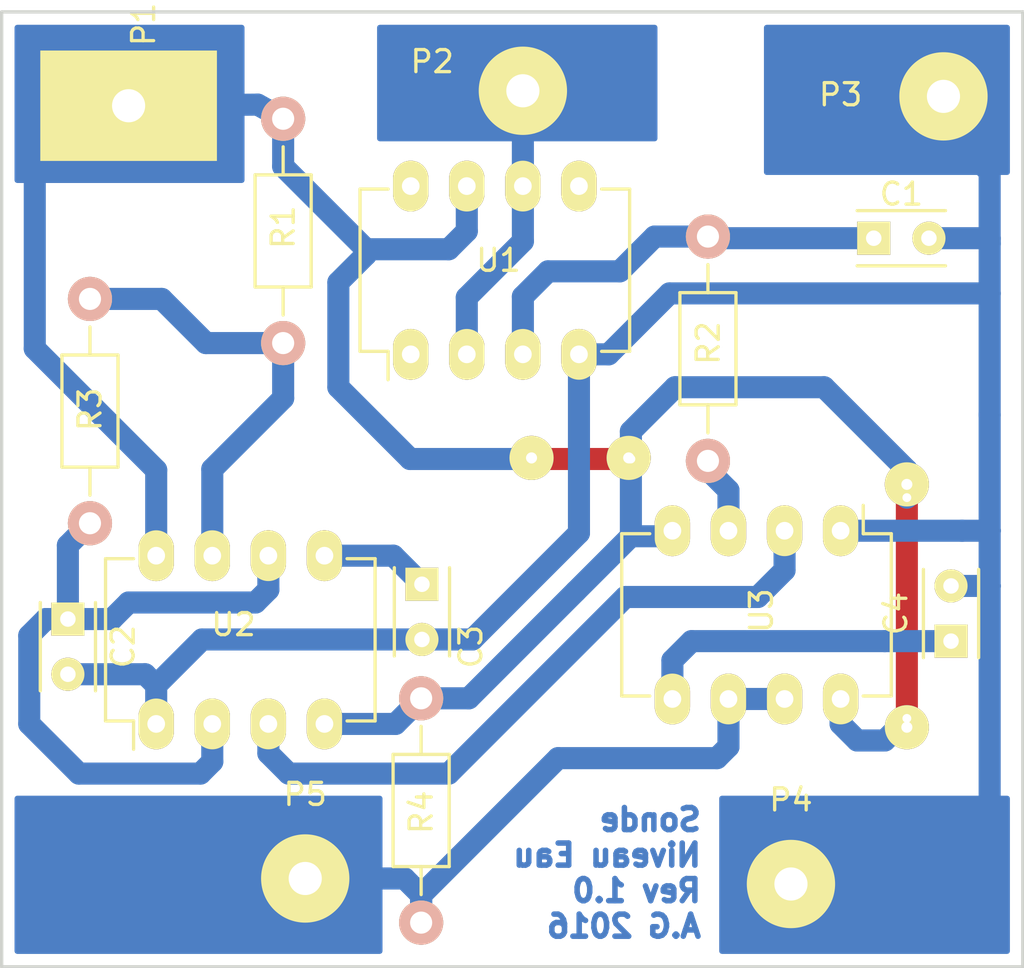
<source format=kicad_pcb>
(kicad_pcb (version 4) (host pcbnew 4.0.2-stable)

  (general
    (links 31)
    (no_connects 0)
    (area 18.174999 17.556047 64.725 61.975001)
    (thickness 1.6)
    (drawings 5)
    (tracks 128)
    (zones 0)
    (modules 20)
    (nets 14)
  )

  (page A4)
  (title_block
    (title "Sonde niveau d'eau - Sonde")
    (rev 1.0)
    (company "Chatons Corp")
  )

  (layers
    (0 F.Cu jumper)
    (31 B.Cu signal)
    (37 F.SilkS user)
    (44 Edge.Cuts user)
  )

  (setup
    (last_trace_width 1)
    (trace_clearance 0.2)
    (zone_clearance 0.508)
    (zone_45_only yes)
    (trace_min 0.2)
    (segment_width 0.2)
    (edge_width 0.15)
    (via_size 0.6)
    (via_drill 0.4)
    (via_min_size 0.4)
    (via_min_drill 0.3)
    (uvia_size 0.3)
    (uvia_drill 0.1)
    (uvias_allowed no)
    (uvia_min_size 0.2)
    (uvia_min_drill 0.1)
    (pcb_text_width 0.3)
    (pcb_text_size 1.5 1.5)
    (mod_edge_width 0.15)
    (mod_text_size 1 1)
    (mod_text_width 0.15)
    (pad_size 1.5 1.5)
    (pad_drill 0.7)
    (pad_to_mask_clearance 0.2)
    (aux_axis_origin 0 0)
    (grid_origin 140.25 76.25)
    (visible_elements FFFFFF7F)
    (pcbplotparams
      (layerselection 0x00030_80000001)
      (usegerberextensions false)
      (excludeedgelayer true)
      (linewidth 0.100000)
      (plotframeref false)
      (viasonmask false)
      (mode 1)
      (useauxorigin false)
      (hpglpennumber 1)
      (hpglpenspeed 20)
      (hpglpendiameter 15)
      (hpglpenoverlay 2)
      (psnegative false)
      (psa4output false)
      (plotreference true)
      (plotvalue true)
      (plotinvisibletext false)
      (padsonsilk false)
      (subtractmaskfromsilk false)
      (outputformat 1)
      (mirror false)
      (drillshape 1)
      (scaleselection 1)
      (outputdirectory ""))
  )

  (net 0 "")
  (net 1 "Net-(C1-Pad1)")
  (net 2 GND)
  (net 3 "Net-(C2-Pad1)")
  (net 4 "Net-(C3-Pad1)")
  (net 5 "Net-(C4-Pad1)")
  (net 6 +12V)
  (net 7 "Net-(P2-Pad1)")
  (net 8 "Net-(R1-Pad1)")
  (net 9 "Net-(R2-Pad1)")
  (net 10 "Net-(U1-Pad1)")
  (net 11 "Net-(U1-Pad5)")
  (net 12 "Net-(U2-Pad3)")
  (net 13 "Net-(P5-Pad1)")

  (net_class Default "This is the default net class."
    (clearance 0.2)
    (trace_width 1)
    (via_dia 0.6)
    (via_drill 0.4)
    (uvia_dia 0.3)
    (uvia_drill 0.1)
    (add_net +12V)
    (add_net GND)
    (add_net "Net-(C1-Pad1)")
    (add_net "Net-(C2-Pad1)")
    (add_net "Net-(C3-Pad1)")
    (add_net "Net-(C4-Pad1)")
    (add_net "Net-(P2-Pad1)")
    (add_net "Net-(P5-Pad1)")
    (add_net "Net-(R1-Pad1)")
    (add_net "Net-(R2-Pad1)")
    (add_net "Net-(U1-Pad1)")
    (add_net "Net-(U1-Pad5)")
    (add_net "Net-(U2-Pad3)")
  )

  (module Wire_Pads:Big_Square_Pad_3mm_1mmDrill (layer F.Cu) (tedit 578A2769) (tstamp 578EB877)
    (at 59.25 51.05)
    (fp_text reference via14 (at 0 2.54) (layer F.SilkS) hide
      (effects (font (size 1 1) (thickness 0.15)))
    )
    (fp_text value via (at 0 -2.54) (layer F.Fab) hide
      (effects (font (size 1 1) (thickness 0.15)))
    )
    (pad 1 thru_hole circle (at 0 0) (size 2 2) (drill 0.5) (layers *.Cu *.Mask F.SilkS))
  )

  (module Wire_Pads:Big_Square_Pad_3mm_1mmDrill (layer F.Cu) (tedit 578A2769) (tstamp 578EB863)
    (at 59.25 40.05)
    (fp_text reference via13 (at 0 2.54) (layer F.SilkS) hide
      (effects (font (size 1 1) (thickness 0.15)))
    )
    (fp_text value via (at 0 -2.54) (layer F.Fab) hide
      (effects (font (size 1 1) (thickness 0.15)))
    )
    (pad 1 thru_hole circle (at 0 0) (size 2 2) (drill 0.5) (layers *.Cu *.Mask F.SilkS))
  )

  (module Wire_Pads:Big_Square_Pad_3mm_1mmDrill (layer F.Cu) (tedit 578A2769) (tstamp 578EB84F)
    (at 46.65 38.85)
    (fp_text reference via12 (at 0 2.54) (layer F.SilkS) hide
      (effects (font (size 1 1) (thickness 0.15)))
    )
    (fp_text value via (at 0 -2.54) (layer F.Fab) hide
      (effects (font (size 1 1) (thickness 0.15)))
    )
    (pad 1 thru_hole circle (at 0 0) (size 2 2) (drill 0.5) (layers *.Cu *.Mask F.SilkS))
  )

  (module Capacitors_ThroughHole:C_Rect_L4_W2.5_P2.5 (layer F.Cu) (tedit 578A2B0B) (tstamp 5778D951)
    (at 57.75 28.9)
    (descr "Film Capacitor Length 4mm x Width 2.5mm, Pitch 2.5mm")
    (tags Capacitor)
    (path /5778D737)
    (fp_text reference C1 (at 1.25 -2) (layer F.SilkS)
      (effects (font (size 1 1) (thickness 0.15)))
    )
    (fp_text value 0.1uF (at 1.25 2.5) (layer F.Fab)
      (effects (font (size 1 1) (thickness 0.15)))
    )
    (fp_line (start -1 -1.5) (end 3.5 -1.5) (layer F.CrtYd) (width 0.05))
    (fp_line (start 3.5 -1.5) (end 3.5 1.5) (layer F.CrtYd) (width 0.05))
    (fp_line (start 3.5 1.5) (end -1 1.5) (layer F.CrtYd) (width 0.05))
    (fp_line (start -1 1.5) (end -1 -1.5) (layer F.CrtYd) (width 0.05))
    (fp_line (start -0.75 -1.25) (end 3.25 -1.25) (layer F.SilkS) (width 0.15))
    (fp_line (start -0.75 1.25) (end 3.25 1.25) (layer F.SilkS) (width 0.15))
    (pad 1 thru_hole rect (at 0 0) (size 1.5 1.5) (drill 0.7) (layers *.Cu *.Mask F.SilkS)
      (net 1 "Net-(C1-Pad1)"))
    (pad 2 thru_hole circle (at 2.5 0) (size 1.5 1.5) (drill 0.7) (layers *.Cu *.Mask F.SilkS)
      (net 2 GND))
  )

  (module Capacitors_ThroughHole:C_Rect_L4_W2.5_P2.5 (layer F.Cu) (tedit 578A2AD1) (tstamp 5778D957)
    (at 21.25 46.15 270)
    (descr "Film Capacitor Length 4mm x Width 2.5mm, Pitch 2.5mm")
    (tags Capacitor)
    (path /5778E1F6)
    (fp_text reference C2 (at 1.25 -2.5 270) (layer F.SilkS)
      (effects (font (size 1 1) (thickness 0.15)))
    )
    (fp_text value 10nF (at -0.25 -2.25 270) (layer F.Fab)
      (effects (font (size 1 1) (thickness 0.15)))
    )
    (fp_line (start -1 -1.5) (end 3.5 -1.5) (layer F.CrtYd) (width 0.05))
    (fp_line (start 3.5 -1.5) (end 3.5 1.5) (layer F.CrtYd) (width 0.05))
    (fp_line (start 3.5 1.5) (end -1 1.5) (layer F.CrtYd) (width 0.05))
    (fp_line (start -1 1.5) (end -1 -1.5) (layer F.CrtYd) (width 0.05))
    (fp_line (start -0.75 -1.25) (end 3.25 -1.25) (layer F.SilkS) (width 0.15))
    (fp_line (start -0.75 1.25) (end 3.25 1.25) (layer F.SilkS) (width 0.15))
    (pad 1 thru_hole rect (at 0 0 270) (size 1.5 1.5) (drill 0.7) (layers *.Cu *.Mask F.SilkS)
      (net 3 "Net-(C2-Pad1)"))
    (pad 2 thru_hole circle (at 2.5 0 270) (size 1.5 1.5) (drill 0.7) (layers *.Cu *.Mask F.SilkS)
      (net 2 GND))
  )

  (module Capacitors_ThroughHole:C_Rect_L4_W2.5_P2.5 (layer F.Cu) (tedit 578A2ADF) (tstamp 5778D95D)
    (at 37.286 44.574 270)
    (descr "Film Capacitor Length 4mm x Width 2.5mm, Pitch 2.5mm")
    (tags Capacitor)
    (path /5778DF04)
    (fp_text reference C3 (at 2.826 -2.214 270) (layer F.SilkS)
      (effects (font (size 1 1) (thickness 0.15)))
    )
    (fp_text value 10nF (at -0.174 -2.214 270) (layer F.Fab)
      (effects (font (size 1 1) (thickness 0.15)))
    )
    (fp_line (start -1 -1.5) (end 3.5 -1.5) (layer F.CrtYd) (width 0.05))
    (fp_line (start 3.5 -1.5) (end 3.5 1.5) (layer F.CrtYd) (width 0.05))
    (fp_line (start 3.5 1.5) (end -1 1.5) (layer F.CrtYd) (width 0.05))
    (fp_line (start -1 1.5) (end -1 -1.5) (layer F.CrtYd) (width 0.05))
    (fp_line (start -0.75 -1.25) (end 3.25 -1.25) (layer F.SilkS) (width 0.15))
    (fp_line (start -0.75 1.25) (end 3.25 1.25) (layer F.SilkS) (width 0.15))
    (pad 1 thru_hole rect (at 0 0 270) (size 1.5 1.5) (drill 0.7) (layers *.Cu *.Mask F.SilkS)
      (net 4 "Net-(C3-Pad1)"))
    (pad 2 thru_hole circle (at 2.5 0 270) (size 1.5 1.5) (drill 0.7) (layers *.Cu *.Mask F.SilkS)
      (net 2 GND))
  )

  (module Capacitors_ThroughHole:C_Rect_L4_W2.5_P2.5 (layer F.Cu) (tedit 578A2AEF) (tstamp 5778D963)
    (at 61.25 47.15 90)
    (descr "Film Capacitor Length 4mm x Width 2.5mm, Pitch 2.5mm")
    (tags Capacitor)
    (path /5778D930)
    (fp_text reference C4 (at 1.25 -2.5 90) (layer F.SilkS)
      (effects (font (size 1 1) (thickness 0.15)))
    )
    (fp_text value 10nF (at 1.25 2.5 90) (layer F.Fab)
      (effects (font (size 1 1) (thickness 0.15)))
    )
    (fp_line (start -1 -1.5) (end 3.5 -1.5) (layer F.CrtYd) (width 0.05))
    (fp_line (start 3.5 -1.5) (end 3.5 1.5) (layer F.CrtYd) (width 0.05))
    (fp_line (start 3.5 1.5) (end -1 1.5) (layer F.CrtYd) (width 0.05))
    (fp_line (start -1 1.5) (end -1 -1.5) (layer F.CrtYd) (width 0.05))
    (fp_line (start -0.75 -1.25) (end 3.25 -1.25) (layer F.SilkS) (width 0.15))
    (fp_line (start -0.75 1.25) (end 3.25 1.25) (layer F.SilkS) (width 0.15))
    (pad 1 thru_hole rect (at 0 0 90) (size 1.5 1.5) (drill 0.7) (layers *.Cu *.Mask F.SilkS)
      (net 5 "Net-(C4-Pad1)"))
    (pad 2 thru_hole circle (at 2.5 0 90) (size 1.5 1.5) (drill 0.7) (layers *.Cu *.Mask F.SilkS)
      (net 2 GND))
  )

  (module Housings_DIP:DIP-8_W7.62mm_LongPads (layer F.Cu) (tedit 577EC822) (tstamp 5778D995)
    (at 36.778 34.16 90)
    (descr "8-lead dip package, row spacing 7.62 mm (300 mils), longer pads")
    (tags "dil dip 2.54 300")
    (path /5778D3C8)
    (fp_text reference U1 (at 4.26 3.972 180) (layer F.SilkS)
      (effects (font (size 1 1) (thickness 0.15)))
    )
    (fp_text value LM741 (at 2.51 3.972 180) (layer F.Fab)
      (effects (font (size 1 1) (thickness 0.15)))
    )
    (fp_line (start -1.4 -2.45) (end -1.4 10.1) (layer F.CrtYd) (width 0.05))
    (fp_line (start 9 -2.45) (end 9 10.1) (layer F.CrtYd) (width 0.05))
    (fp_line (start -1.4 -2.45) (end 9 -2.45) (layer F.CrtYd) (width 0.05))
    (fp_line (start -1.4 10.1) (end 9 10.1) (layer F.CrtYd) (width 0.05))
    (fp_line (start 0.135 -2.295) (end 0.135 -1.025) (layer F.SilkS) (width 0.15))
    (fp_line (start 7.485 -2.295) (end 7.485 -1.025) (layer F.SilkS) (width 0.15))
    (fp_line (start 7.485 9.915) (end 7.485 8.645) (layer F.SilkS) (width 0.15))
    (fp_line (start 0.135 9.915) (end 0.135 8.645) (layer F.SilkS) (width 0.15))
    (fp_line (start 0.135 -2.295) (end 7.485 -2.295) (layer F.SilkS) (width 0.15))
    (fp_line (start 0.135 9.915) (end 7.485 9.915) (layer F.SilkS) (width 0.15))
    (fp_line (start 0.135 -1.025) (end -1.15 -1.025) (layer F.SilkS) (width 0.15))
    (pad 1 thru_hole oval (at 0 0 90) (size 2.3 1.6) (drill 0.8) (layers *.Cu *.Mask F.SilkS)
      (net 10 "Net-(U1-Pad1)"))
    (pad 2 thru_hole oval (at 0 2.54 90) (size 2.3 1.6) (drill 0.8) (layers *.Cu *.Mask F.SilkS)
      (net 7 "Net-(P2-Pad1)"))
    (pad 3 thru_hole oval (at 0 5.08 90) (size 2.3 1.6) (drill 0.8) (layers *.Cu *.Mask F.SilkS)
      (net 1 "Net-(C1-Pad1)"))
    (pad 4 thru_hole oval (at 0 7.62 90) (size 2.3 1.6) (drill 0.8) (layers *.Cu *.Mask F.SilkS)
      (net 2 GND))
    (pad 5 thru_hole oval (at 7.62 7.62 90) (size 2.3 1.6) (drill 0.8) (layers *.Cu *.Mask F.SilkS)
      (net 11 "Net-(U1-Pad5)"))
    (pad 6 thru_hole oval (at 7.62 5.08 90) (size 2.3 1.6) (drill 0.8) (layers *.Cu *.Mask F.SilkS)
      (net 7 "Net-(P2-Pad1)"))
    (pad 7 thru_hole oval (at 7.62 2.54 90) (size 2.3 1.6) (drill 0.8) (layers *.Cu *.Mask F.SilkS)
      (net 6 +12V))
    (pad 8 thru_hole oval (at 7.62 0 90) (size 2.3 1.6) (drill 0.8) (layers *.Cu *.Mask F.SilkS))
    (model Housings_DIP.3dshapes/DIP-8_W7.62mm_LongPads.wrl
      (at (xyz 0 0 0))
      (scale (xyz 1 1 1))
      (rotate (xyz 0 0 0))
    )
  )

  (module Housings_DIP:DIP-8_W7.62mm_LongPads (layer F.Cu) (tedit 577EC7D0) (tstamp 5778D9A1)
    (at 25.25 50.9 90)
    (descr "8-lead dip package, row spacing 7.62 mm (300 mils), longer pads")
    (tags "dil dip 2.54 300")
    (path /5778D33E)
    (fp_text reference U2 (at 4.5 3.5 180) (layer F.SilkS)
      (effects (font (size 1 1) (thickness 0.15)))
    )
    (fp_text value LM555N (at 3 3.5 180) (layer F.Fab)
      (effects (font (size 1 1) (thickness 0.15)))
    )
    (fp_line (start -1.4 -2.45) (end -1.4 10.1) (layer F.CrtYd) (width 0.05))
    (fp_line (start 9 -2.45) (end 9 10.1) (layer F.CrtYd) (width 0.05))
    (fp_line (start -1.4 -2.45) (end 9 -2.45) (layer F.CrtYd) (width 0.05))
    (fp_line (start -1.4 10.1) (end 9 10.1) (layer F.CrtYd) (width 0.05))
    (fp_line (start 0.135 -2.295) (end 0.135 -1.025) (layer F.SilkS) (width 0.15))
    (fp_line (start 7.485 -2.295) (end 7.485 -1.025) (layer F.SilkS) (width 0.15))
    (fp_line (start 7.485 9.915) (end 7.485 8.645) (layer F.SilkS) (width 0.15))
    (fp_line (start 0.135 9.915) (end 0.135 8.645) (layer F.SilkS) (width 0.15))
    (fp_line (start 0.135 -2.295) (end 7.485 -2.295) (layer F.SilkS) (width 0.15))
    (fp_line (start 0.135 9.915) (end 7.485 9.915) (layer F.SilkS) (width 0.15))
    (fp_line (start 0.135 -1.025) (end -1.15 -1.025) (layer F.SilkS) (width 0.15))
    (pad 1 thru_hole oval (at 0 0 90) (size 2.3 1.6) (drill 0.8) (layers *.Cu *.Mask F.SilkS)
      (net 2 GND))
    (pad 2 thru_hole oval (at 0 2.54 90) (size 2.3 1.6) (drill 0.8) (layers *.Cu *.Mask F.SilkS)
      (net 3 "Net-(C2-Pad1)"))
    (pad 3 thru_hole oval (at 0 5.08 90) (size 2.3 1.6) (drill 0.8) (layers *.Cu *.Mask F.SilkS)
      (net 12 "Net-(U2-Pad3)"))
    (pad 4 thru_hole oval (at 0 7.62 90) (size 2.3 1.6) (drill 0.8) (layers *.Cu *.Mask F.SilkS)
      (net 6 +12V))
    (pad 5 thru_hole oval (at 7.62 7.62 90) (size 2.3 1.6) (drill 0.8) (layers *.Cu *.Mask F.SilkS)
      (net 4 "Net-(C3-Pad1)"))
    (pad 6 thru_hole oval (at 7.62 5.08 90) (size 2.3 1.6) (drill 0.8) (layers *.Cu *.Mask F.SilkS)
      (net 3 "Net-(C2-Pad1)"))
    (pad 7 thru_hole oval (at 7.62 2.54 90) (size 2.3 1.6) (drill 0.8) (layers *.Cu *.Mask F.SilkS)
      (net 8 "Net-(R1-Pad1)"))
    (pad 8 thru_hole oval (at 7.62 0 90) (size 2.3 1.6) (drill 0.8) (layers *.Cu *.Mask F.SilkS)
      (net 6 +12V))
    (model Housings_DIP.3dshapes/DIP-8_W7.62mm_LongPads.wrl
      (at (xyz 0 0 0))
      (scale (xyz 1 1 1))
      (rotate (xyz 0 0 0))
    )
  )

  (module Housings_DIP:DIP-8_W7.62mm_LongPads (layer F.Cu) (tedit 577EC6C3) (tstamp 5778D9AD)
    (at 56.25 42.15 270)
    (descr "8-lead dip package, row spacing 7.62 mm (300 mils), longer pads")
    (tags "dil dip 2.54 300")
    (path /5778D368)
    (fp_text reference U3 (at 3.616 3.59 270) (layer F.SilkS)
      (effects (font (size 1 1) (thickness 0.15)))
    )
    (fp_text value LM555N (at 0 -3.72 270) (layer F.Fab)
      (effects (font (size 1 1) (thickness 0.15)))
    )
    (fp_line (start -1.4 -2.45) (end -1.4 10.1) (layer F.CrtYd) (width 0.05))
    (fp_line (start 9 -2.45) (end 9 10.1) (layer F.CrtYd) (width 0.05))
    (fp_line (start -1.4 -2.45) (end 9 -2.45) (layer F.CrtYd) (width 0.05))
    (fp_line (start -1.4 10.1) (end 9 10.1) (layer F.CrtYd) (width 0.05))
    (fp_line (start 0.135 -2.295) (end 0.135 -1.025) (layer F.SilkS) (width 0.15))
    (fp_line (start 7.485 -2.295) (end 7.485 -1.025) (layer F.SilkS) (width 0.15))
    (fp_line (start 7.485 9.915) (end 7.485 8.645) (layer F.SilkS) (width 0.15))
    (fp_line (start 0.135 9.915) (end 0.135 8.645) (layer F.SilkS) (width 0.15))
    (fp_line (start 0.135 -2.295) (end 7.485 -2.295) (layer F.SilkS) (width 0.15))
    (fp_line (start 0.135 9.915) (end 7.485 9.915) (layer F.SilkS) (width 0.15))
    (fp_line (start 0.135 -1.025) (end -1.15 -1.025) (layer F.SilkS) (width 0.15))
    (pad 1 thru_hole oval (at 0 0 270) (size 2.3 1.6) (drill 0.8) (layers *.Cu *.Mask F.SilkS)
      (net 2 GND))
    (pad 2 thru_hole oval (at 0 2.54 270) (size 2.3 1.6) (drill 0.8) (layers *.Cu *.Mask F.SilkS)
      (net 12 "Net-(U2-Pad3)"))
    (pad 3 thru_hole oval (at 0 5.08 270) (size 2.3 1.6) (drill 0.8) (layers *.Cu *.Mask F.SilkS)
      (net 9 "Net-(R2-Pad1)"))
    (pad 4 thru_hole oval (at 0 7.62 270) (size 2.3 1.6) (drill 0.8) (layers *.Cu *.Mask F.SilkS)
      (net 6 +12V))
    (pad 5 thru_hole oval (at 7.62 7.62 270) (size 2.3 1.6) (drill 0.8) (layers *.Cu *.Mask F.SilkS)
      (net 5 "Net-(C4-Pad1)"))
    (pad 6 thru_hole oval (at 7.62 5.08 270) (size 2.3 1.6) (drill 0.8) (layers *.Cu *.Mask F.SilkS)
      (net 13 "Net-(P5-Pad1)"))
    (pad 7 thru_hole oval (at 7.62 2.54 270) (size 2.3 1.6) (drill 0.8) (layers *.Cu *.Mask F.SilkS)
      (net 13 "Net-(P5-Pad1)"))
    (pad 8 thru_hole oval (at 7.62 0 270) (size 2.3 1.6) (drill 0.8) (layers *.Cu *.Mask F.SilkS)
      (net 6 +12V))
    (model Housings_DIP.3dshapes/DIP-8_W7.62mm_LongPads.wrl
      (at (xyz 0 0 0))
      (scale (xyz 1 1 1))
      (rotate (xyz 0 0 0))
    )
  )

  (module Wire_Pads:SolderWirePad_single_1-5mmDrill (layer F.Cu) (tedit 57817450) (tstamp 577C917A)
    (at 24 22.9 180)
    (path /577C9486)
    (fp_text reference P1 (at -0.678 3.688 270) (layer F.SilkS)
      (effects (font (size 1 1) (thickness 0.15)))
    )
    (fp_text value 12V (at -2.428 3.688 270) (layer F.Fab)
      (effects (font (size 1 1) (thickness 0.15)))
    )
    (pad 1 thru_hole rect (at 0 0 180) (size 8 5) (drill 1.50114) (layers *.Cu *.Mask F.SilkS)
      (net 6 +12V))
  )

  (module Wire_Pads:SolderWirePad_single_1-5mmDrill (layer F.Cu) (tedit 5780BD79) (tstamp 577C917E)
    (at 41.858 22.222 270)
    (path /577C9567)
    (fp_text reference P2 (at -1.322 4.108 360) (layer F.SilkS)
      (effects (font (size 1 1) (thickness 0.15)))
    )
    (fp_text value VOUT (at 0.178 4.108 360) (layer F.Fab)
      (effects (font (size 1 1) (thickness 0.15)))
    )
    (pad 1 thru_hole circle (at 0 0 270) (size 4.0005 4.0005) (drill 1.50114) (layers *.Cu *.Mask F.SilkS)
      (net 7 "Net-(P2-Pad1)"))
  )

  (module Wire_Pads:SolderWirePad_single_1-5mmDrill (layer F.Cu) (tedit 5780BD6F) (tstamp 577C9186)
    (at 60.908 22.476)
    (path /577C94F7)
    (fp_text reference P3 (at -4.658 -0.076) (layer F.SilkS)
      (effects (font (size 1 1) (thickness 0.15)))
    )
    (fp_text value GND (at -4.658 1.424) (layer F.Fab)
      (effects (font (size 1 1) (thickness 0.15)))
    )
    (pad 1 thru_hole circle (at 0 0) (size 4.0005 4.0005) (drill 1.50114) (layers *.Cu *.Mask F.SilkS)
      (net 2 GND))
  )

  (module Wire_Pads:SolderWirePad_single_1-5mmDrill (layer F.Cu) (tedit 577D7995) (tstamp 577C918B)
    (at 54 58.15)
    (path /577C91A3)
    (fp_text reference P4 (at 0 -3.81) (layer F.SilkS)
      (effects (font (size 1 1) (thickness 0.15)))
    )
    (fp_text value PGND (at 5.25 0) (layer F.Fab)
      (effects (font (size 1 1) (thickness 0.15)))
    )
    (pad 1 thru_hole circle (at 0 0) (size 4.0005 4.0005) (drill 1.50114) (layers *.Cu *.Mask F.SilkS)
      (net 2 GND))
  )

  (module Wire_Pads:SolderWirePad_single_1-5mmDrill (layer F.Cu) (tedit 577D7991) (tstamp 577C9190)
    (at 32 57.9)
    (path /577C914C)
    (fp_text reference P5 (at 0 -3.81) (layer F.SilkS)
      (effects (font (size 1 1) (thickness 0.15)))
    )
    (fp_text value PHOT (at -5.25 0) (layer F.Fab)
      (effects (font (size 1 1) (thickness 0.15)))
    )
    (pad 1 thru_hole circle (at 0 0) (size 4.0005 4.0005) (drill 1.50114) (layers *.Cu *.Mask F.SilkS)
      (net 13 "Net-(P5-Pad1)"))
  )

  (module Resistors_ThroughHole:Resistor_Horizontal_RM10mm (layer F.Cu) (tedit 577EC7F5) (tstamp 577C9481)
    (at 37.25 59.9 90)
    (descr "Resistor, Axial,  RM 10mm, 1/3W")
    (tags "Resistor Axial RM 10mm 1/3W")
    (path /577C9529)
    (fp_text reference R4 (at 5 0 90) (layer F.SilkS)
      (effects (font (size 1 1) (thickness 0.15)))
    )
    (fp_text value xxxK (at 5 2.25 90) (layer F.Fab)
      (effects (font (size 1 1) (thickness 0.15)))
    )
    (fp_line (start -1.25 -1.5) (end 11.4 -1.5) (layer F.CrtYd) (width 0.05))
    (fp_line (start -1.25 1.5) (end -1.25 -1.5) (layer F.CrtYd) (width 0.05))
    (fp_line (start 11.4 -1.5) (end 11.4 1.5) (layer F.CrtYd) (width 0.05))
    (fp_line (start -1.25 1.5) (end 11.4 1.5) (layer F.CrtYd) (width 0.05))
    (fp_line (start 2.54 -1.27) (end 7.62 -1.27) (layer F.SilkS) (width 0.15))
    (fp_line (start 7.62 -1.27) (end 7.62 1.27) (layer F.SilkS) (width 0.15))
    (fp_line (start 7.62 1.27) (end 2.54 1.27) (layer F.SilkS) (width 0.15))
    (fp_line (start 2.54 1.27) (end 2.54 -1.27) (layer F.SilkS) (width 0.15))
    (fp_line (start 2.54 0) (end 1.27 0) (layer F.SilkS) (width 0.15))
    (fp_line (start 7.62 0) (end 8.89 0) (layer F.SilkS) (width 0.15))
    (pad 1 thru_hole circle (at 0 0 90) (size 1.99898 1.99898) (drill 1.00076) (layers *.Cu *.SilkS *.Mask)
      (net 13 "Net-(P5-Pad1)"))
    (pad 2 thru_hole circle (at 10.16 0 90) (size 1.99898 1.99898) (drill 1.00076) (layers *.Cu *.SilkS *.Mask)
      (net 6 +12V))
    (model Resistors_ThroughHole.3dshapes/Resistor_Horizontal_RM10mm.wrl
      (at (xyz 0.2 0 0))
      (scale (xyz 0.4 0.4 0.4))
      (rotate (xyz 0 0 0))
    )
  )

  (module Resistors_ThroughHole:Resistor_Horizontal_RM10mm (layer F.Cu) (tedit 577EC6B5) (tstamp 577C94B4)
    (at 31 33.65 90)
    (descr "Resistor, Axial,  RM 10mm, 1/3W")
    (tags "Resistor Axial RM 10mm 1/3W")
    (path /5778E173)
    (fp_text reference R1 (at 5.25 0 90) (layer F.SilkS)
      (effects (font (size 1 1) (thickness 0.15)))
    )
    (fp_text value 33K (at 5 -2.25 90) (layer F.Fab)
      (effects (font (size 1 1) (thickness 0.15)))
    )
    (fp_line (start -1.25 -1.5) (end 11.4 -1.5) (layer F.CrtYd) (width 0.05))
    (fp_line (start -1.25 1.5) (end -1.25 -1.5) (layer F.CrtYd) (width 0.05))
    (fp_line (start 11.4 -1.5) (end 11.4 1.5) (layer F.CrtYd) (width 0.05))
    (fp_line (start -1.25 1.5) (end 11.4 1.5) (layer F.CrtYd) (width 0.05))
    (fp_line (start 2.54 -1.27) (end 7.62 -1.27) (layer F.SilkS) (width 0.15))
    (fp_line (start 7.62 -1.27) (end 7.62 1.27) (layer F.SilkS) (width 0.15))
    (fp_line (start 7.62 1.27) (end 2.54 1.27) (layer F.SilkS) (width 0.15))
    (fp_line (start 2.54 1.27) (end 2.54 -1.27) (layer F.SilkS) (width 0.15))
    (fp_line (start 2.54 0) (end 1.27 0) (layer F.SilkS) (width 0.15))
    (fp_line (start 7.62 0) (end 8.89 0) (layer F.SilkS) (width 0.15))
    (pad 1 thru_hole circle (at 0 0 90) (size 1.99898 1.99898) (drill 1.00076) (layers *.Cu *.SilkS *.Mask)
      (net 8 "Net-(R1-Pad1)"))
    (pad 2 thru_hole circle (at 10.16 0 90) (size 1.99898 1.99898) (drill 1.00076) (layers *.Cu *.SilkS *.Mask)
      (net 6 +12V))
    (model Resistors_ThroughHole.3dshapes/Resistor_Horizontal_RM10mm.wrl
      (at (xyz 0.2 0 0))
      (scale (xyz 0.4 0.4 0.4))
      (rotate (xyz 0 0 0))
    )
  )

  (module Resistors_ThroughHole:Resistor_Horizontal_RM10mm (layer F.Cu) (tedit 577EC827) (tstamp 577C94B9)
    (at 50.24 38.986 90)
    (descr "Resistor, Axial,  RM 10mm, 1/3W")
    (tags "Resistor Axial RM 10mm 1/3W")
    (path /5778D785)
    (fp_text reference R2 (at 5.336 0.01 90) (layer F.SilkS)
      (effects (font (size 1 1) (thickness 0.15)))
    )
    (fp_text value 100K (at 5.086 2.26 90) (layer F.Fab)
      (effects (font (size 1 1) (thickness 0.15)))
    )
    (fp_line (start -1.25 -1.5) (end 11.4 -1.5) (layer F.CrtYd) (width 0.05))
    (fp_line (start -1.25 1.5) (end -1.25 -1.5) (layer F.CrtYd) (width 0.05))
    (fp_line (start 11.4 -1.5) (end 11.4 1.5) (layer F.CrtYd) (width 0.05))
    (fp_line (start -1.25 1.5) (end 11.4 1.5) (layer F.CrtYd) (width 0.05))
    (fp_line (start 2.54 -1.27) (end 7.62 -1.27) (layer F.SilkS) (width 0.15))
    (fp_line (start 7.62 -1.27) (end 7.62 1.27) (layer F.SilkS) (width 0.15))
    (fp_line (start 7.62 1.27) (end 2.54 1.27) (layer F.SilkS) (width 0.15))
    (fp_line (start 2.54 1.27) (end 2.54 -1.27) (layer F.SilkS) (width 0.15))
    (fp_line (start 2.54 0) (end 1.27 0) (layer F.SilkS) (width 0.15))
    (fp_line (start 7.62 0) (end 8.89 0) (layer F.SilkS) (width 0.15))
    (pad 1 thru_hole circle (at 0 0 90) (size 1.99898 1.99898) (drill 1.00076) (layers *.Cu *.SilkS *.Mask)
      (net 9 "Net-(R2-Pad1)"))
    (pad 2 thru_hole circle (at 10.16 0 90) (size 1.99898 1.99898) (drill 1.00076) (layers *.Cu *.SilkS *.Mask)
      (net 1 "Net-(C1-Pad1)"))
    (model Resistors_ThroughHole.3dshapes/Resistor_Horizontal_RM10mm.wrl
      (at (xyz 0.2 0 0))
      (scale (xyz 0.4 0.4 0.4))
      (rotate (xyz 0 0 0))
    )
  )

  (module Resistors_ThroughHole:Resistor_Horizontal_RM10mm (layer F.Cu) (tedit 577EC80F) (tstamp 577C94BE)
    (at 22.25 31.65 270)
    (descr "Resistor, Axial,  RM 10mm, 1/3W")
    (tags "Resistor Axial RM 10mm 1/3W")
    (path /5778E1AF)
    (fp_text reference R3 (at 5 0 270) (layer F.SilkS)
      (effects (font (size 1 1) (thickness 0.15)))
    )
    (fp_text value 1K (at 3.5 -2.25 270) (layer F.Fab)
      (effects (font (size 1 1) (thickness 0.15)))
    )
    (fp_line (start -1.25 -1.5) (end 11.4 -1.5) (layer F.CrtYd) (width 0.05))
    (fp_line (start -1.25 1.5) (end -1.25 -1.5) (layer F.CrtYd) (width 0.05))
    (fp_line (start 11.4 -1.5) (end 11.4 1.5) (layer F.CrtYd) (width 0.05))
    (fp_line (start -1.25 1.5) (end 11.4 1.5) (layer F.CrtYd) (width 0.05))
    (fp_line (start 2.54 -1.27) (end 7.62 -1.27) (layer F.SilkS) (width 0.15))
    (fp_line (start 7.62 -1.27) (end 7.62 1.27) (layer F.SilkS) (width 0.15))
    (fp_line (start 7.62 1.27) (end 2.54 1.27) (layer F.SilkS) (width 0.15))
    (fp_line (start 2.54 1.27) (end 2.54 -1.27) (layer F.SilkS) (width 0.15))
    (fp_line (start 2.54 0) (end 1.27 0) (layer F.SilkS) (width 0.15))
    (fp_line (start 7.62 0) (end 8.89 0) (layer F.SilkS) (width 0.15))
    (pad 1 thru_hole circle (at 0 0 270) (size 1.99898 1.99898) (drill 1.00076) (layers *.Cu *.SilkS *.Mask)
      (net 8 "Net-(R1-Pad1)"))
    (pad 2 thru_hole circle (at 10.16 0 270) (size 1.99898 1.99898) (drill 1.00076) (layers *.Cu *.SilkS *.Mask)
      (net 3 "Net-(C2-Pad1)"))
    (model Resistors_ThroughHole.3dshapes/Resistor_Horizontal_RM10mm.wrl
      (at (xyz 0.2 0 0))
      (scale (xyz 0.4 0.4 0.4))
      (rotate (xyz 0 0 0))
    )
  )

  (module Wire_Pads:Big_Square_Pad_3mm_1mmDrill (layer F.Cu) (tedit 578A2769) (tstamp 578EB81E)
    (at 42.25 38.85)
    (fp_text reference via11 (at 0 2.54) (layer F.SilkS) hide
      (effects (font (size 1 1) (thickness 0.15)))
    )
    (fp_text value via (at 0 -2.54) (layer F.Fab) hide
      (effects (font (size 1 1) (thickness 0.15)))
    )
    (pad 1 thru_hole circle (at 0 0) (size 2 2) (drill 0.5) (layers *.Cu *.Mask F.SilkS))
  )

  (gr_text "Sonde\nNiveau Eau\nRev 1.0\nA.G 2016" (at 50.05 57.65) (layer B.Cu)
    (effects (font (size 1 1) (thickness 0.25)) (justify left mirror))
  )
  (gr_line (start 18.25 61.9) (end 18.25 18.65) (angle 90) (layer Edge.Cuts) (width 0.15))
  (gr_line (start 64.5 61.9) (end 18.25 61.9) (angle 90) (layer Edge.Cuts) (width 0.15))
  (gr_line (start 64.5 18.65) (end 64.5 61.9) (angle 90) (layer Edge.Cuts) (width 0.15))
  (gr_line (start 18.25 18.65) (end 64.5 18.65) (angle 90) (layer Edge.Cuts) (width 0.15))

  (segment (start 57.75 28.9) (end 50.314 28.9) (width 1) (layer B.Cu) (net 1))
  (segment (start 50.314 28.9) (end 50.24 28.826) (width 1) (layer B.Cu) (net 1) (tstamp 577EC906))
  (segment (start 50.24 28.826) (end 47.824 28.826) (width 1) (layer B.Cu) (net 1) (tstamp 577EC907))
  (segment (start 47.824 28.826) (end 46.25 30.4) (width 1) (layer B.Cu) (net 1) (tstamp 577EC908))
  (segment (start 46.25 30.4) (end 43 30.4) (width 1) (layer B.Cu) (net 1) (tstamp 577EC909))
  (segment (start 43 30.4) (end 41.858 31.542) (width 1) (layer B.Cu) (net 1) (tstamp 577EC90A))
  (segment (start 41.858 31.542) (end 41.858 34.16) (width 1) (layer B.Cu) (net 1) (tstamp 577EC90C))
  (segment (start 61.25 44.65) (end 63 44.65) (width 1) (layer B.Cu) (net 2))
  (segment (start 63 44.65) (end 62.75 44.65) (width 1) (layer B.Cu) (net 2) (tstamp 5789FF9D))
  (segment (start 62.75 44.65) (end 63 44.65) (width 1) (layer B.Cu) (net 2) (tstamp 5789FFA2))
  (segment (start 21.25 48.65) (end 24.75 48.65) (width 1) (layer B.Cu) (net 2))
  (segment (start 24.75 48.65) (end 25.25 49.15) (width 1) (layer B.Cu) (net 2) (tstamp 5780BD2B))
  (segment (start 25.25 50.9) (end 25.25 49.15) (width 1) (layer B.Cu) (net 2))
  (segment (start 27.326 47.074) (end 37.286 47.074) (width 1) (layer B.Cu) (net 2) (tstamp 577EC960))
  (segment (start 25.25 49.15) (end 27.326 47.074) (width 1) (layer B.Cu) (net 2) (tstamp 577EC95E))
  (segment (start 37.286 47.074) (end 39.576 47.074) (width 1) (layer B.Cu) (net 2))
  (segment (start 39.576 47.074) (end 44.398 42.252) (width 1) (layer B.Cu) (net 2) (tstamp 577EC93C))
  (segment (start 44.398 42.252) (end 44.398 34.16) (width 1) (layer B.Cu) (net 2) (tstamp 577EC93F))
  (segment (start 44.398 34.16) (end 45.74 34.16) (width 1) (layer B.Cu) (net 2))
  (segment (start 48.5 31.4) (end 63 31.4) (width 1) (layer B.Cu) (net 2) (tstamp 577EC91A))
  (segment (start 45.74 34.16) (end 48.5 31.4) (width 1) (layer B.Cu) (net 2) (tstamp 577EC916))
  (segment (start 60.25 28.9) (end 63 28.9) (width 1) (layer B.Cu) (net 2))
  (segment (start 63 28.9) (end 63 29.15) (width 1) (layer B.Cu) (net 2) (tstamp 577EC901))
  (segment (start 56.25 42.15) (end 61.75 42.15) (width 1) (layer B.Cu) (net 2))
  (segment (start 61.75 42.15) (end 63 42.15) (width 1) (layer B.Cu) (net 2) (tstamp 577ECA5B))
  (segment (start 63 42.15) (end 62.75 42.15) (width 1) (layer B.Cu) (net 2) (tstamp 577EC8F7))
  (segment (start 62.75 42.15) (end 63 42.15) (width 1) (layer B.Cu) (net 2) (tstamp 577EC8F9))
  (segment (start 60.908 22.476) (end 60.908 23.808) (width 1) (layer B.Cu) (net 2))
  (segment (start 60.908 23.808) (end 63 25.9) (width 1) (layer B.Cu) (net 2) (tstamp 577EC8F1))
  (segment (start 61.75 58.15) (end 54 58.15) (width 1) (layer B.Cu) (net 2) (tstamp 577EC8F4))
  (segment (start 63 56.9) (end 61.75 58.15) (width 1) (layer B.Cu) (net 2) (tstamp 577EC8F3))
  (segment (start 63 25.9) (end 63 29.15) (width 1) (layer B.Cu) (net 2) (tstamp 577EC8F2))
  (segment (start 63 29.15) (end 63 31.4) (width 1) (layer B.Cu) (net 2) (tstamp 577EC904))
  (segment (start 63 31.4) (end 63 36.9) (width 1) (layer B.Cu) (net 2) (tstamp 577EC91F))
  (segment (start 63 36.9) (end 63 42.15) (width 1) (layer B.Cu) (net 2) (tstamp 577EC8FF))
  (segment (start 63 42.15) (end 63 44.65) (width 1) (layer B.Cu) (net 2) (tstamp 577EC8FA))
  (segment (start 63 44.65) (end 63 56.9) (width 1) (layer B.Cu) (net 2) (tstamp 5789FFA3))
  (segment (start 60.908 22.476) (end 60.908 23.558) (width 1) (layer B.Cu) (net 2))
  (segment (start 21.25 46.15) (end 21.25 42.81) (width 1) (layer B.Cu) (net 3))
  (segment (start 21.25 42.81) (end 22.25 41.81) (width 1) (layer B.Cu) (net 3) (tstamp 578EB8BA))
  (segment (start 21.25 46.15) (end 23.25 46.15) (width 1) (layer B.Cu) (net 3))
  (segment (start 24 45.4) (end 29.75 45.4) (width 1) (layer B.Cu) (net 3) (tstamp 577EC9AB))
  (segment (start 29.75 45.4) (end 30.33 44.82) (width 1) (layer B.Cu) (net 3) (tstamp 577EC9AE))
  (segment (start 30.33 44.82) (end 30.33 43.28) (width 1) (layer B.Cu) (net 3) (tstamp 577EC9B1))
  (segment (start 23.25 46.15) (end 24 45.4) (width 1) (layer B.Cu) (net 3) (tstamp 578EB8B7))
  (segment (start 27.79 50.9) (end 27.79 52.61) (width 1) (layer B.Cu) (net 3))
  (segment (start 20.25 46.15) (end 21.25 46.15) (width 1) (layer B.Cu) (net 3) (tstamp 5780BD50))
  (segment (start 19.5 46.9) (end 20.25 46.15) (width 1) (layer B.Cu) (net 3) (tstamp 5780BD4E))
  (segment (start 19.5 50.9) (end 19.5 46.9) (width 1) (layer B.Cu) (net 3) (tstamp 5780BD49))
  (segment (start 21.75 53.15) (end 19.5 50.9) (width 1) (layer B.Cu) (net 3) (tstamp 5780BD46))
  (segment (start 27.25 53.15) (end 21.75 53.15) (width 1) (layer B.Cu) (net 3) (tstamp 5780BD3F))
  (segment (start 27.79 52.61) (end 27.25 53.15) (width 1) (layer B.Cu) (net 3) (tstamp 5780BD3D))
  (segment (start 32.87 43.28) (end 35.992 43.28) (width 1) (layer B.Cu) (net 4))
  (segment (start 35.992 43.28) (end 37.286 44.574) (width 1) (layer B.Cu) (net 4) (tstamp 577EC8C0))
  (segment (start 61.25 47.15) (end 58.25 47.15) (width 1) (layer B.Cu) (net 5))
  (segment (start 58.25 47.15) (end 49.5 47.15) (width 1) (layer B.Cu) (net 5) (tstamp 577ECA61))
  (segment (start 49.5 47.15) (end 48.63 48.02) (width 1) (layer B.Cu) (net 5) (tstamp 577ECA64))
  (segment (start 48.63 48.02) (end 48.63 49.77) (width 1) (layer B.Cu) (net 5) (tstamp 577ECA66))
  (segment (start 59.25 39.4) (end 59.25 40.65) (width 1) (layer B.Cu) (net 6))
  (segment (start 46.75 37.65) (end 48.75 35.65) (width 1) (layer B.Cu) (net 6) (tstamp 5789FFAF))
  (segment (start 48.75 35.65) (end 55.5 35.65) (width 1) (layer B.Cu) (net 6) (tstamp 5789FFB3))
  (segment (start 55.5 35.65) (end 59.25 39.4) (width 1) (layer B.Cu) (net 6) (tstamp 5789FFB8))
  (segment (start 46.75 38.9) (end 46.75 37.65) (width 1) (layer B.Cu) (net 6))
  (segment (start 57 51.65) (end 56.25 50.9) (width 1) (layer B.Cu) (net 6) (tstamp 578A002A))
  (segment (start 58.25 51.65) (end 57 51.65) (width 1) (layer B.Cu) (net 6) (tstamp 578A0029))
  (segment (start 59.25 50.65) (end 58.25 51.65) (width 1) (layer B.Cu) (net 6) (tstamp 578A0028))
  (via (at 59.25 50.65) (size 0.6) (drill 0.4) (layers F.Cu B.Cu) (net 6))
  (segment (start 59.25 40.65) (end 59.25 50.65) (width 1) (layer F.Cu) (net 6) (tstamp 578A0019))
  (via (at 59.25 40.65) (size 0.6) (drill 0.4) (layers F.Cu B.Cu) (net 6))
  (segment (start 56.25 50.9) (end 56.25 49.77) (width 1) (layer B.Cu) (net 6) (tstamp 578A002D))
  (segment (start 46.75 42.4) (end 48.38 42.4) (width 1) (layer B.Cu) (net 6))
  (segment (start 48.38 42.4) (end 48.63 42.15) (width 1) (layer B.Cu) (net 6) (tstamp 578A0005))
  (segment (start 34.75 29.4) (end 34.75 29.65) (width 1) (layer B.Cu) (net 6))
  (segment (start 46.75 38.9) (end 46.75 42.4) (width 1) (layer B.Cu) (net 6) (tstamp 577ECB15))
  (via (at 46.75 38.9) (size 0.6) (drill 0.4) (layers F.Cu B.Cu) (net 6))
  (segment (start 42.25 38.9) (end 46.75 38.9) (width 1) (layer F.Cu) (net 6) (tstamp 577ECB0F))
  (via (at 42.25 38.9) (size 0.6) (drill 0.4) (layers F.Cu B.Cu) (net 6))
  (segment (start 36.75 38.9) (end 42.25 38.9) (width 1) (layer B.Cu) (net 6) (tstamp 577ECB08))
  (segment (start 33.5 35.65) (end 36.75 38.9) (width 1) (layer B.Cu) (net 6) (tstamp 577ECB01))
  (segment (start 33.5 30.9) (end 33.5 35.65) (width 1) (layer B.Cu) (net 6) (tstamp 577ECAFD))
  (segment (start 34.75 29.65) (end 33.5 30.9) (width 1) (layer B.Cu) (net 6) (tstamp 577ECAF9))
  (segment (start 24 22.9) (end 24 23.266) (width 1) (layer B.Cu) (net 6) (status 30))
  (segment (start 24 23.266) (end 19.75 25.9) (width 1) (layer B.Cu) (net 6) (tstamp 577EC9E0) (status 10))
  (segment (start 25.25 39.4) (end 25.25 43.28) (width 1) (layer B.Cu) (net 6) (tstamp 577EC9EF))
  (segment (start 19.75 33.9) (end 25.25 39.4) (width 1) (layer B.Cu) (net 6) (tstamp 577EC9E8))
  (segment (start 19.75 25.9) (end 19.75 33.9) (width 1) (layer B.Cu) (net 6) (tstamp 577EC9E2))
  (segment (start 37.25 49.74) (end 39.41 49.74) (width 1) (layer B.Cu) (net 6))
  (segment (start 39.41 49.74) (end 44.25 44.9) (width 1) (layer B.Cu) (net 6) (tstamp 577EC971))
  (segment (start 44.25 44.9) (end 46.75 42.4) (width 1) (layer B.Cu) (net 6) (tstamp 5780BCFB))
  (segment (start 48.38 42.4) (end 48.63 42.15) (width 1) (layer B.Cu) (net 6) (tstamp 577EC975))
  (segment (start 32.87 50.9) (end 36.09 50.9) (width 1) (layer B.Cu) (net 6))
  (segment (start 36.09 50.9) (end 37.25 49.74) (width 1) (layer B.Cu) (net 6) (tstamp 577EC969))
  (segment (start 31 23.49) (end 31 25.65) (width 1) (layer B.Cu) (net 6))
  (segment (start 39.318 28.582) (end 39.318 26.54) (width 1) (layer B.Cu) (net 6) (tstamp 577EC8BA))
  (segment (start 38.5 29.4) (end 39.318 28.582) (width 1) (layer B.Cu) (net 6) (tstamp 577EC8B9))
  (segment (start 34.75 29.4) (end 38.5 29.4) (width 1) (layer B.Cu) (net 6) (tstamp 577EC8B8))
  (segment (start 31 25.65) (end 34.75 29.4) (width 1) (layer B.Cu) (net 6) (tstamp 577EC8B7))
  (segment (start 24 22.9) (end 29.85 22.85) (width 1) (layer B.Cu) (net 6) (status 10))
  (segment (start 29.85 22.85) (end 31 23.49) (width 1) (layer B.Cu) (net 6) (tstamp 577EC8B4))
  (segment (start 41.858 22.222) (end 41.858 26.54) (width 1) (layer B.Cu) (net 7))
  (segment (start 39.318 34.16) (end 39.318 31.582) (width 1) (layer B.Cu) (net 7))
  (segment (start 41.858 29.042) (end 41.858 26.54) (width 1) (layer B.Cu) (net 7) (tstamp 577ECA06))
  (segment (start 39.318 31.582) (end 41.858 29.042) (width 1) (layer B.Cu) (net 7) (tstamp 577ECA01))
  (segment (start 31 33.65) (end 31 36.15) (width 1) (layer B.Cu) (net 8))
  (segment (start 27.79 39.36) (end 27.79 43.28) (width 1) (layer B.Cu) (net 8) (tstamp 577EC9FC))
  (segment (start 31 36.15) (end 27.79 39.36) (width 1) (layer B.Cu) (net 8) (tstamp 577EC9F8))
  (segment (start 22.25 31.65) (end 25.5 31.65) (width 1) (layer B.Cu) (net 8) (status 10))
  (segment (start 27.5 33.65) (end 31 33.65) (width 1) (layer B.Cu) (net 8) (tstamp 577EC9F5))
  (segment (start 25.5 31.65) (end 27.5 33.65) (width 1) (layer B.Cu) (net 8) (tstamp 577EC9F3))
  (segment (start 50.24 38.986) (end 50.24 39.39) (width 1) (layer B.Cu) (net 9))
  (segment (start 50.24 39.39) (end 51.17 40.32) (width 1) (layer B.Cu) (net 9) (tstamp 577ECA13))
  (segment (start 51.17 40.32) (end 51.17 42.15) (width 1) (layer B.Cu) (net 9) (tstamp 577ECA15))
  (segment (start 30.33 50.9) (end 30.33 52.23) (width 1) (layer B.Cu) (net 12))
  (segment (start 53.71 43.94) (end 53.71 42.15) (width 1) (layer B.Cu) (net 12) (tstamp 577EC996))
  (segment (start 52.5 45.15) (end 53.71 43.94) (width 1) (layer B.Cu) (net 12) (tstamp 577EC994))
  (segment (start 46.5 45.15) (end 52.5 45.15) (width 1) (layer B.Cu) (net 12) (tstamp 577EC991))
  (segment (start 38.5 53.15) (end 46.5 45.15) (width 1) (layer B.Cu) (net 12) (tstamp 577EC98F))
  (segment (start 31.25 53.15) (end 38.5 53.15) (width 1) (layer B.Cu) (net 12) (tstamp 577EC98A))
  (segment (start 30.33 52.23) (end 31.25 53.15) (width 1) (layer B.Cu) (net 12) (tstamp 577EC988))
  (segment (start 32 57.9) (end 36.5 57.9) (width 1) (layer B.Cu) (net 13))
  (segment (start 36.5 57.9) (end 37.25 58.65) (width 1) (layer B.Cu) (net 13) (tstamp 578EB8CB))
  (segment (start 37.25 58.65) (end 37.25 59.9) (width 1) (layer B.Cu) (net 13) (tstamp 578EB8CC))
  (segment (start 37.25 59.9) (end 37.25 58.65) (width 1) (layer B.Cu) (net 13))
  (segment (start 51.17 51.93) (end 51.17 49.77) (width 1) (layer B.Cu) (net 13) (tstamp 578EB8C6))
  (segment (start 50.65 52.45) (end 51.17 51.93) (width 1) (layer B.Cu) (net 13) (tstamp 578EB8C5))
  (segment (start 43.45 52.45) (end 50.65 52.45) (width 1) (layer B.Cu) (net 13) (tstamp 578EB8C3))
  (segment (start 37.25 58.65) (end 43.45 52.45) (width 1) (layer B.Cu) (net 13) (tstamp 578EB8C2))
  (segment (start 53.71 49.77) (end 51.17 49.77) (width 1) (layer B.Cu) (net 13) (status 30))

  (zone (net 7) (net_name "Net-(P2-Pad1)") (layer B.Cu) (tstamp 577D736B) (hatch full 0.508)
    (connect_pads yes (clearance 0.508))
    (min_thickness 0.254)
    (fill yes (arc_segments 16) (thermal_gap 0.508) (thermal_bridge_width 0.508))
    (polygon
      (pts
        (xy 35.254 18.682) (xy 35.254 24.512) (xy 47.954 24.512) (xy 47.954 18.682)
      )
    )
    (filled_polygon
      (pts
        (xy 47.827 24.385) (xy 35.381 24.385) (xy 35.381 19.36) (xy 47.827 19.36)
      )
    )
  )
  (zone (net 2) (net_name GND) (layer B.Cu) (tstamp 577D7385) (hatch full 0.508)
    (connect_pads yes (clearance 0.508))
    (min_thickness 0.254)
    (fill yes (arc_segments 16) (thermal_gap 0.508) (thermal_bridge_width 0.508))
    (polygon
      (pts
        (xy 52.776 18.682) (xy 52.776 26.036) (xy 64.456 26.036) (xy 64.456 18.682)
      )
    )
    (filled_polygon
      (pts
        (xy 63.79 25.909) (xy 52.903 25.909) (xy 52.903 19.36) (xy 63.79 19.36)
      )
    )
  )
  (zone (net 13) (net_name "Net-(P5-Pad1)") (layer B.Cu) (tstamp 577D7784) (hatch full 0.508)
    (connect_pads yes (clearance 0.508))
    (min_thickness 0.254)
    (fill yes (arc_segments 16) (thermal_gap 0.508) (thermal_bridge_width 0.508))
    (polygon
      (pts
        (xy 18.25 54.15) (xy 35.5 54.15) (xy 35.5 61.9) (xy 18.25 61.9)
      )
    )
    (filled_polygon
      (pts
        (xy 35.373 61.19) (xy 18.96 61.19) (xy 18.96 54.277) (xy 35.373 54.277)
      )
    )
  )
  (zone (net 2) (net_name GND) (layer B.Cu) (tstamp 577D782C) (hatch full 0.508)
    (connect_pads yes (clearance 0.508))
    (min_thickness 0.254)
    (fill yes (arc_segments 16) (thermal_gap 0.508) (thermal_bridge_width 0.508))
    (polygon
      (pts
        (xy 50.75 54.15) (xy 50.75 61.9) (xy 64.5 61.9) (xy 64.5 54.15)
      )
    )
    (filled_polygon
      (pts
        (xy 63.79 61.19) (xy 50.877 61.19) (xy 50.877 54.277) (xy 63.79 54.277)
      )
    )
  )
  (zone (net 6) (net_name +12V) (layer B.Cu) (tstamp 577D7924) (hatch full 0.508)
    (connect_pads yes (clearance 0.508))
    (min_thickness 0.254)
    (fill yes (arc_segments 16) (thermal_gap 0.508) (thermal_bridge_width 0.508))
    (polygon
      (pts
        (xy 29.25 26.4) (xy 18.25 26.4) (xy 18.25 18.65) (xy 29.25 18.65) (xy 29.25 26.4)
      )
    )
    (filled_polygon
      (pts
        (xy 29.123 26.273) (xy 18.96 26.273) (xy 18.96 19.36) (xy 29.123 19.36)
      )
    )
  )
)

</source>
